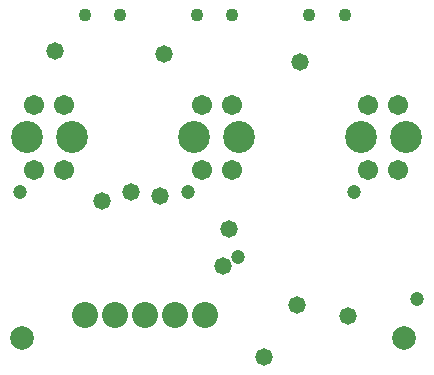
<source format=gbs>
G04*
G04 #@! TF.GenerationSoftware,Altium Limited,Altium Designer,22.8.2 (66)*
G04*
G04 Layer_Color=16711935*
%FSLAX44Y44*%
%MOMM*%
G71*
G04*
G04 #@! TF.SameCoordinates,69D579BB-6610-4C83-93C2-135228772BCE*
G04*
G04*
G04 #@! TF.FilePolarity,Negative*
G04*
G01*
G75*
%ADD29C,1.1032*%
%ADD30C,1.7032*%
%ADD31C,1.2032*%
%ADD32C,2.7032*%
%ADD33C,2.2032*%
%ADD34C,2.0032*%
%ADD35C,1.4732*%
D29*
X342000Y683500D02*
D03*
X372000D02*
D03*
X467000D02*
D03*
X437000D02*
D03*
X562000D02*
D03*
X532000D02*
D03*
D30*
X466400Y553000D02*
D03*
X441000D02*
D03*
X466400Y608000D02*
D03*
X441000D02*
D03*
X324700Y553000D02*
D03*
X299300D02*
D03*
X324700Y608000D02*
D03*
X299300D02*
D03*
X607400Y553000D02*
D03*
X582000D02*
D03*
X607400Y608000D02*
D03*
X582000D02*
D03*
D31*
X429200Y534000D02*
D03*
X287500D02*
D03*
X570200D02*
D03*
X623000Y443000D02*
D03*
X472000Y479000D02*
D03*
D32*
X434700Y580500D02*
D03*
X472700D02*
D03*
X293000D02*
D03*
X331000D02*
D03*
X575700D02*
D03*
X613700D02*
D03*
D33*
X418400Y430000D02*
D03*
X393000D02*
D03*
X342200D02*
D03*
X367600D02*
D03*
X443800D02*
D03*
D34*
X289000Y410000D02*
D03*
X612000D02*
D03*
D35*
X565000Y429000D02*
D03*
X494000Y394000D02*
D03*
X464000Y503000D02*
D03*
X406000Y531000D02*
D03*
X381000Y534000D02*
D03*
X357000Y526000D02*
D03*
X524000Y644000D02*
D03*
X522000Y438000D02*
D03*
X409000Y651000D02*
D03*
X459000Y471000D02*
D03*
X317000Y653000D02*
D03*
M02*

</source>
